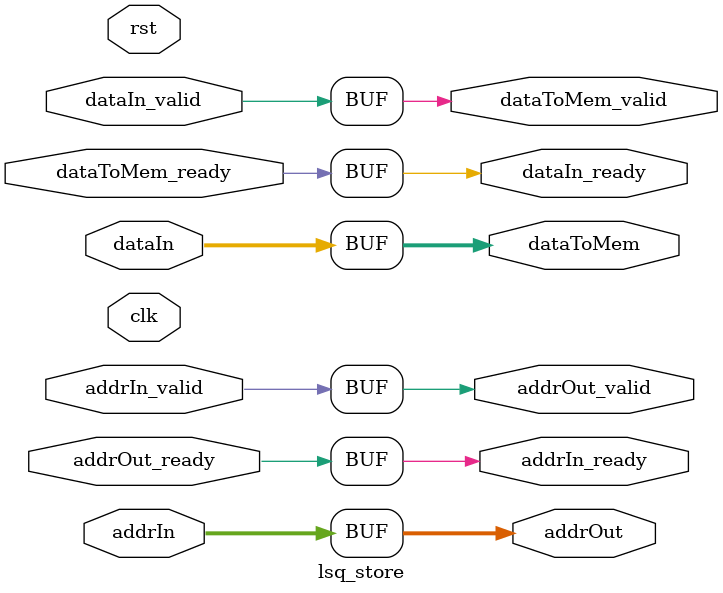
<source format=v>
`timescale 1ns/1ps
module lsq_store #(
  parameter DATA_WIDTH = 32,
  parameter ADDR_WIDTH = 32
)(
  input  clk,
  input  rst,
  // Data from Circuit Channel
  input  [DATA_WIDTH - 1 : 0] dataIn,
  input  dataIn_valid,
  output dataIn_ready,
  // Address from Circuit Channel
  input  [ADDR_WIDTH - 1 : 0] addrIn,
  input  addrIn_valid,
  output addrIn_ready,
  // Data to Interface Channel
  output [DATA_WIDTH - 1 : 0] dataToMem,
  output dataToMem_valid,
  input  dataToMem_ready,
  // Address to Interface Channel
  output [ADDR_WIDTH - 1 : 0] addrOut,
  output addrOut_valid,
  input  addrOut_ready
);
  // Data assignment
  assign dataToMem = dataIn;
  assign dataToMem_valid = dataIn_valid;
  assign dataIn_ready = dataToMem_ready;

  // Address assignment
  assign addrOut = addrIn;
  assign addrOut_valid = addrIn_valid;
  assign addrIn_ready = addrOut_ready;

endmodule

</source>
